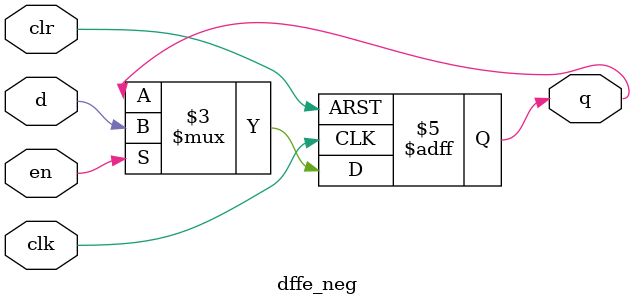
<source format=v>
module dffe_neg (q, d, clk, en, clr);
   
   //Inputs
   input d, clk, en, clr;
   
   //Internal wire
   wire clr;

   //Output
   output q;
   
   //Register
   reg q;

   //Intialize q to 0
   initial
   begin
       q = 1'b0;
   end

   //Set value of q on negative edge of the clock or positive edge of clear
   always @(negedge clk or posedge clr) begin
       //If clear is high, set q to 0
       if (clr) begin
           q <= 1'b0;
       //If enable is high, set q to the value of d
       end else if (en) begin
           q <= d;
       end
   end
endmodule
</source>
